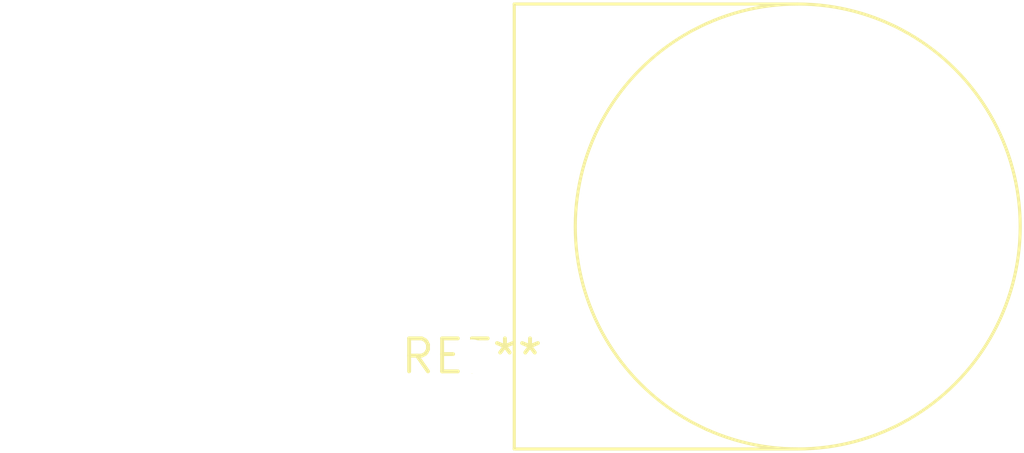
<source format=kicad_pcb>
(kicad_pcb (version 20240108) (generator pcbnew)
  (layers (0 "F.Cu" signal) (31 "B.Cu" signal) (34 "B.Paste" user) (35 "F.Paste" user) (36 "B.SilkS" user "B.Silkscreen") (37 "F.SilkS" user "F.Silkscreen") (38 "B.Mask" user) (39 "F.Mask" user) (44 "Edge.Cuts" user))
  (net 0 "")
  (footprint "Potentiometer_Omeg_PC16BU_Vertical" (layer "F.Cu") (at 0 0)
    (property "Reference" "REF**")
    (property "Value" "Potentiometer_Omeg_PC16BU_Vertical")
    (fp_line (start 1.63 -13.57) (end 1.63 3.57) (layer "F.SilkS") (stroke (width 0.12)))
    (fp_line (start 1.63 -13.57) (end 12.55 -13.57) (layer "F.SilkS") (stroke (width 0.12)))
    (fp_line (start 1.63 3.57) (end 12.55 3.57) (layer "F.SilkS") (stroke (width 0.12)))
    (fp_circle (center 12.55 -5) (end 21.12 -5) (layer "F.SilkS") (stroke (width 0.12)) (fill none))
    (pad "1" thru_hole circle (at 0 0) (size 2.34 2.34) (drill 1.3) (layers *.Cu *.Mask) (remove_unused_layers))
    (pad "2" thru_hole circle (at 0 -5) (size 2.34 2.34) (drill 1.3) (layers *.Cu *.Mask) (remove_unused_layers))
    (pad "3" thru_hole circle (at 0 -10) (size 2.34 2.34) (drill 1.3) (layers *.Cu *.Mask) (remove_unused_layers))
  )
)
</source>
